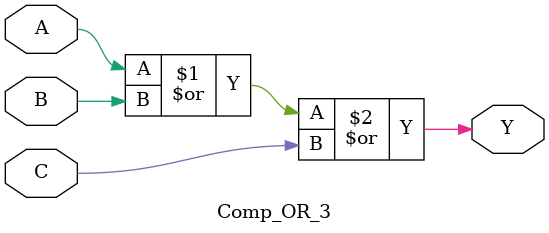
<source format=v>
`timescale 1ns / 1ps

module Comp_OR_3 (
    input A, 
    input B, 
    input C,
    output Y
    );

    assign Y = A | B | C;

endmodule

</source>
